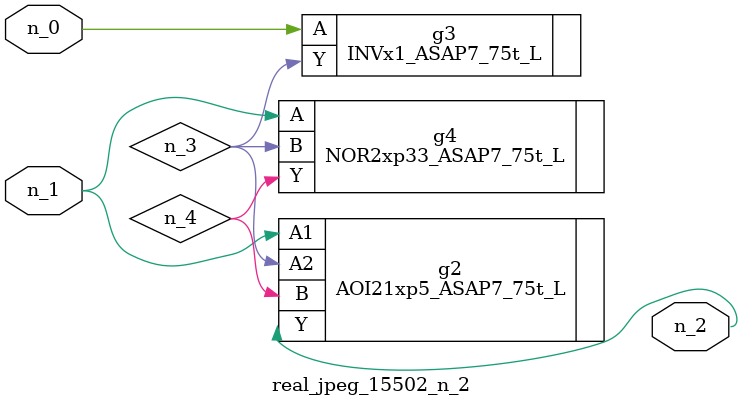
<source format=v>
module real_jpeg_15502_n_2 (n_1, n_0, n_2);

input n_1;
input n_0;

output n_2;

wire n_4;
wire n_3;

INVx1_ASAP7_75t_L g3 ( 
.A(n_0),
.Y(n_3)
);

AOI21xp5_ASAP7_75t_L g2 ( 
.A1(n_1),
.A2(n_3),
.B(n_4),
.Y(n_2)
);

NOR2xp33_ASAP7_75t_L g4 ( 
.A(n_1),
.B(n_3),
.Y(n_4)
);


endmodule
</source>
